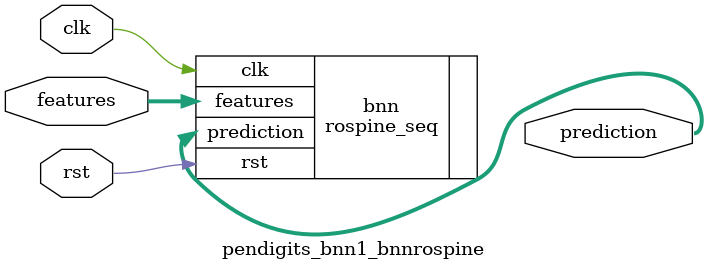
<source format=v>













module pendigits_bnn1_bnnrospine #(

parameter FEAT_CNT = 16,
parameter HIDDEN_CNT = 40,
parameter FEAT_BITS = 4,
parameter CLASS_CNT = 10,
parameter TEST_CNT = 1000


  ) (
  input clk,
  input rst,
  input [FEAT_CNT*FEAT_BITS-1:0] features,
  output [$clog2(CLASS_CNT)-1:0] prediction
  );

  localparam Weights0 = 640'b0101101001100011101101101101100110110001000001111010010111001000110110101111010101010001111100000110101111111000111000001101101000000011010100101110100101011010010010111010010010010101010110001011110100100011010011100001101100010110101111011010111110110001101100101111010110110101000010011110111110000101010111111100000110010010001111011111101111010000010100000101100101001010000110110100001111101100101100000010101110100100001101111011101011100101011010100101001111001010000111010000011100001011000000000010111100000101001110001010010100011110010010100110001001001011111110000001011011101101010100011111000001001101000110100010101101000010 ;
  localparam Weights1 = 400'b0000100000101111101101100001011000110000011110110111101011101100111100000000000001011101010001011000011110000100011101100111000000001111010000000110111100001000010010110010110110100000011111111101000010001000011011000111010110000010000010110101011011010111100111100010101011111110110001011100011000001010100011000011111010001111111000101011111010000101001111000111000011011001011111000001101001000001 ;

  rospine_seq #(.FEAT_CNT(FEAT_CNT),.FEAT_BITS(FEAT_BITS),.HIDDEN_CNT(HIDDEN_CNT),.CLASS_CNT(CLASS_CNT),.Weights0(Weights0),.Weights1(Weights1)) bnn (
    .clk(clk),
    .rst(rst),
    .features(features),
    .prediction(prediction)
  );

endmodule

</source>
